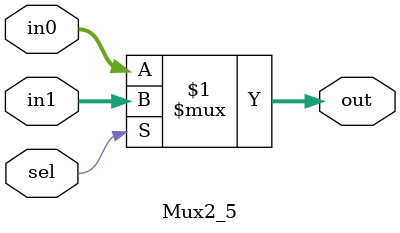
<source format=v>
module Mux2_5(
    input wire [4:0] in0,
    input wire [4:0] in1,
    input wire sel,
    output wire [4:0] out
);
    assign out = sel ? in1 : in0;
endmodule

</source>
